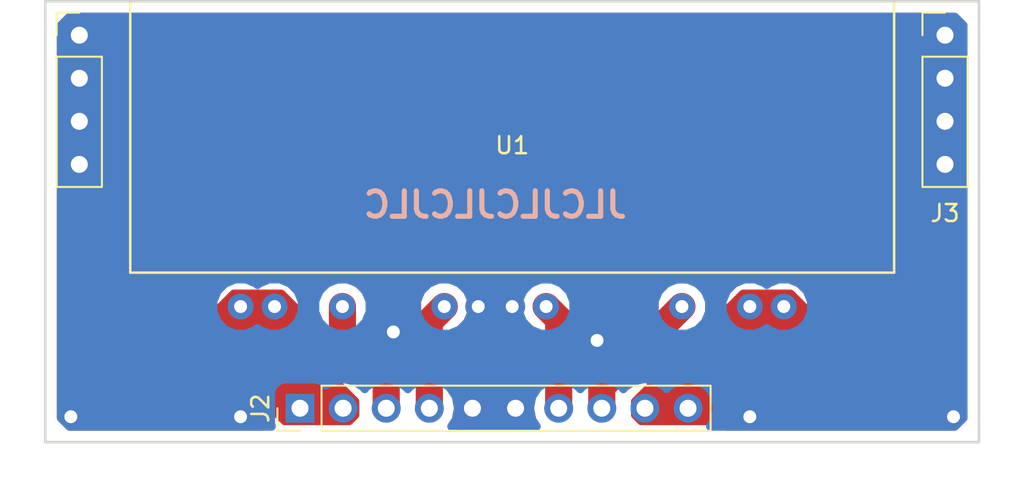
<source format=kicad_pcb>
(kicad_pcb (version 4) (host pcbnew 4.0.7)

  (general
    (links 27)
    (no_connects 0)
    (area 118.252381 94.924999 178.74762 125.747619)
    (thickness 1.6)
    (drawings 5)
    (tracks 9)
    (zones 0)
    (modules 10)
    (nets 8)
  )

  (page A4)
  (layers
    (0 F.Cu signal)
    (31 B.Cu signal)
    (32 B.Adhes user)
    (33 F.Adhes user)
    (34 B.Paste user)
    (35 F.Paste user)
    (36 B.SilkS user)
    (37 F.SilkS user)
    (38 B.Mask user)
    (39 F.Mask user)
    (40 Dwgs.User user)
    (41 Cmts.User user)
    (42 Eco1.User user)
    (43 Eco2.User user)
    (44 Edge.Cuts user)
    (45 Margin user)
    (46 B.CrtYd user)
    (47 F.CrtYd user)
    (48 B.Fab user)
    (49 F.Fab user)
  )

  (setup
    (last_trace_width 1.6)
    (trace_clearance 0.2)
    (zone_clearance 0.6)
    (zone_45_only yes)
    (trace_min 0.2)
    (segment_width 0.2)
    (edge_width 0.15)
    (via_size 0.6)
    (via_drill 0.4)
    (via_min_size 0.4)
    (via_min_drill 0.3)
    (uvia_size 0.3)
    (uvia_drill 0.1)
    (uvias_allowed no)
    (uvia_min_size 0.2)
    (uvia_min_drill 0.1)
    (pcb_text_width 0.3)
    (pcb_text_size 1.5 1.5)
    (mod_edge_width 0.15)
    (mod_text_size 1 1)
    (mod_text_width 0.15)
    (pad_size 0.762 0.762)
    (pad_drill 0.762)
    (pad_to_mask_clearance 0.2)
    (aux_axis_origin 0 0)
    (visible_elements 7FFFFFFF)
    (pcbplotparams
      (layerselection 0x00030_80000001)
      (usegerberextensions false)
      (excludeedgelayer true)
      (linewidth 0.100000)
      (plotframeref false)
      (viasonmask false)
      (mode 1)
      (useauxorigin false)
      (hpglpennumber 1)
      (hpglpenspeed 20)
      (hpglpendiameter 15)
      (hpglpenoverlay 2)
      (psnegative false)
      (psa4output false)
      (plotreference true)
      (plotvalue true)
      (plotinvisibletext false)
      (padsonsilk false)
      (subtractmaskfromsilk false)
      (outputformat 1)
      (mirror false)
      (drillshape 1)
      (scaleselection 1)
      (outputdirectory ""))
  )

  (net 0 "")
  (net 1 "Net-(J1-Pad1)")
  (net 2 "Net-(J2-Pad1)")
  (net 3 "Net-(J2-Pad3)")
  (net 4 "Net-(J2-Pad4)")
  (net 5 "Net-(J2-Pad7)")
  (net 6 "Net-(J2-Pad8)")
  (net 7 "Net-(J2-Pad10)")

  (net_class Default "これは標準のネット クラスです。"
    (clearance 0.2)
    (trace_width 1.6)
    (via_dia 0.6)
    (via_drill 0.4)
    (uvia_dia 0.3)
    (uvia_drill 0.1)
    (add_net "Net-(J1-Pad1)")
    (add_net "Net-(J2-Pad1)")
    (add_net "Net-(J2-Pad10)")
    (add_net "Net-(J2-Pad3)")
    (add_net "Net-(J2-Pad4)")
    (add_net "Net-(J2-Pad7)")
    (add_net "Net-(J2-Pad8)")
  )

  (module via:via (layer F.Cu) (tedit 60C4B27D) (tstamp 60CB3899)
    (at 132.5 121.5)
    (fp_text reference "" (at 0 0.5) (layer F.SilkS) hide
      (effects (font (size 1 1) (thickness 0.15)))
    )
    (fp_text value "" (at 0 -0.5) (layer F.Fab) hide
      (effects (font (size 1 1) (thickness 0.15)))
    )
    (pad 1 thru_hole circle (at 0 0) (size 0.762 0.762) (drill 0.762) (layers *.Cu *.Mask)
      (net 1 "Net-(J1-Pad1)"))
  )

  (module via:via (layer F.Cu) (tedit 60C4B27D) (tstamp 60CB388D)
    (at 162.5 121.5)
    (fp_text reference "" (at 0 0.5) (layer F.SilkS) hide
      (effects (font (size 1 1) (thickness 0.15)))
    )
    (fp_text value "" (at 0 -0.5) (layer F.Fab) hide
      (effects (font (size 1 1) (thickness 0.15)))
    )
    (pad 1 thru_hole circle (at 0 0) (size 0.762 0.762) (drill 0.762) (layers *.Cu *.Mask)
      (net 1 "Net-(J1-Pad1)"))
  )

  (module via:via (layer F.Cu) (tedit 60C4B27D) (tstamp 60C4B411)
    (at 153.5 117)
    (fp_text reference "" (at 0 0.5) (layer F.SilkS) hide
      (effects (font (size 1 1) (thickness 0.15)))
    )
    (fp_text value "" (at 0 -0.5) (layer F.Fab) hide
      (effects (font (size 1 1) (thickness 0.15)))
    )
    (pad 1 thru_hole circle (at 0 0) (size 0.762 0.762) (drill 0.762) (layers *.Cu *.Mask)
      (net 1 "Net-(J1-Pad1)"))
  )

  (module via:via (layer F.Cu) (tedit 60C4B27D) (tstamp 60C4B40A)
    (at 141.5 116.5)
    (fp_text reference "" (at 0 0.5) (layer F.SilkS) hide
      (effects (font (size 1 1) (thickness 0.15)))
    )
    (fp_text value "" (at 0 -0.5) (layer F.Fab) hide
      (effects (font (size 1 1) (thickness 0.15)))
    )
    (pad 1 thru_hole circle (at 0 0) (size 0.762 0.762) (drill 0.762) (layers *.Cu *.Mask)
      (net 1 "Net-(J1-Pad1)"))
  )

  (module via:via (layer F.Cu) (tedit 60C4B27D) (tstamp 60C4B298)
    (at 174.5 121.5)
    (fp_text reference "" (at 0 0.5) (layer F.SilkS) hide
      (effects (font (size 1 1) (thickness 0.15)))
    )
    (fp_text value "" (at 0 -0.5) (layer F.Fab) hide
      (effects (font (size 1 1) (thickness 0.15)))
    )
    (pad 1 thru_hole circle (at 0 0) (size 0.762 0.762) (drill 0.762) (layers *.Cu *.Mask)
      (net 1 "Net-(J1-Pad1)"))
  )

  (module Pin_Headers:Pin_Header_Straight_1x04_Pitch2.54mm (layer F.Cu) (tedit 60CB3763) (tstamp 60C4ADD3)
    (at 123 99)
    (descr "Through hole straight pin header, 1x04, 2.54mm pitch, single row")
    (tags "Through hole pin header THT 1x04 2.54mm single row")
    (path /60C4ACFB)
    (fp_text reference J1 (at 0 10) (layer Dwgs.User) hide
      (effects (font (size 1 1) (thickness 0.15)))
    )
    (fp_text value Conn_01x04 (at 0 9.95) (layer F.Fab)
      (effects (font (size 1 1) (thickness 0.15)))
    )
    (fp_line (start -0.635 -1.27) (end 1.27 -1.27) (layer F.Fab) (width 0.1))
    (fp_line (start 1.27 -1.27) (end 1.27 8.89) (layer F.Fab) (width 0.1))
    (fp_line (start 1.27 8.89) (end -1.27 8.89) (layer F.Fab) (width 0.1))
    (fp_line (start -1.27 8.89) (end -1.27 -0.635) (layer F.Fab) (width 0.1))
    (fp_line (start -1.27 -0.635) (end -0.635 -1.27) (layer F.Fab) (width 0.1))
    (fp_line (start -1.33 8.95) (end 1.33 8.95) (layer F.SilkS) (width 0.12))
    (fp_line (start -1.33 1.27) (end -1.33 8.95) (layer F.SilkS) (width 0.12))
    (fp_line (start 1.33 1.27) (end 1.33 8.95) (layer F.SilkS) (width 0.12))
    (fp_line (start -1.33 1.27) (end 1.33 1.27) (layer F.SilkS) (width 0.12))
    (fp_line (start -1.33 0) (end -1.33 -1.33) (layer F.SilkS) (width 0.12))
    (fp_line (start -1.33 -1.33) (end 0 -1.33) (layer F.SilkS) (width 0.12))
    (fp_line (start -1.8 -1.8) (end -1.8 9.4) (layer F.CrtYd) (width 0.05))
    (fp_line (start -1.8 9.4) (end 1.8 9.4) (layer F.CrtYd) (width 0.05))
    (fp_line (start 1.8 9.4) (end 1.8 -1.8) (layer F.CrtYd) (width 0.05))
    (fp_line (start 1.8 -1.8) (end -1.8 -1.8) (layer F.CrtYd) (width 0.05))
    (fp_text user %R (at 0 3.81 90) (layer F.Fab)
      (effects (font (size 1 1) (thickness 0.15)))
    )
    (pad 1 thru_hole rect (at 0 0) (size 1.7 1.7) (drill 1) (layers *.Cu *.Mask)
      (net 1 "Net-(J1-Pad1)"))
    (pad 2 thru_hole oval (at 0 2.54) (size 1.7 1.7) (drill 1) (layers *.Cu *.Mask)
      (net 1 "Net-(J1-Pad1)"))
    (pad 3 thru_hole oval (at 0 5.08) (size 1.7 1.7) (drill 1) (layers *.Cu *.Mask)
      (net 1 "Net-(J1-Pad1)"))
    (pad 4 thru_hole oval (at 0 7.62) (size 1.7 1.7) (drill 1) (layers *.Cu *.Mask)
      (net 1 "Net-(J1-Pad1)"))
    (model ${KISYS3DMOD}/Pin_Headers.3dshapes/Pin_Header_Straight_1x04_Pitch2.54mm.wrl
      (at (xyz 0 0 0))
      (scale (xyz 1 1 1))
      (rotate (xyz 0 0 0))
    )
  )

  (module Pin_Headers:Pin_Header_Straight_1x10_Pitch2.54mm (layer F.Cu) (tedit 60C4B26A) (tstamp 60C4ADE1)
    (at 136 121 90)
    (descr "Through hole straight pin header, 1x10, 2.54mm pitch, single row")
    (tags "Through hole pin header THT 1x10 2.54mm single row")
    (path /60C4AC4E)
    (fp_text reference J2 (at 0 -2.33 90) (layer F.SilkS)
      (effects (font (size 1 1) (thickness 0.15)))
    )
    (fp_text value Conn_01x10 (at 0 25.19 90) (layer F.Fab)
      (effects (font (size 1 1) (thickness 0.15)))
    )
    (fp_line (start -0.635 -1.27) (end 1.27 -1.27) (layer F.Fab) (width 0.1))
    (fp_line (start 1.27 -1.27) (end 1.27 24.13) (layer F.Fab) (width 0.1))
    (fp_line (start 1.27 24.13) (end -1.27 24.13) (layer F.Fab) (width 0.1))
    (fp_line (start -1.27 24.13) (end -1.27 -0.635) (layer F.Fab) (width 0.1))
    (fp_line (start -1.27 -0.635) (end -0.635 -1.27) (layer F.Fab) (width 0.1))
    (fp_line (start -1.33 24.19) (end 1.33 24.19) (layer F.SilkS) (width 0.12))
    (fp_line (start -1.33 1.27) (end -1.33 24.19) (layer F.SilkS) (width 0.12))
    (fp_line (start 1.33 1.27) (end 1.33 24.19) (layer F.SilkS) (width 0.12))
    (fp_line (start -1.33 1.27) (end 1.33 1.27) (layer F.SilkS) (width 0.12))
    (fp_line (start -1.33 0) (end -1.33 -1.33) (layer F.SilkS) (width 0.12))
    (fp_line (start -1.33 -1.33) (end 0 -1.33) (layer F.SilkS) (width 0.12))
    (fp_line (start -1.8 -1.8) (end -1.8 24.65) (layer F.CrtYd) (width 0.05))
    (fp_line (start -1.8 24.65) (end 1.8 24.65) (layer F.CrtYd) (width 0.05))
    (fp_line (start 1.8 24.65) (end 1.8 -1.8) (layer F.CrtYd) (width 0.05))
    (fp_line (start 1.8 -1.8) (end -1.8 -1.8) (layer F.CrtYd) (width 0.05))
    (fp_text user %R (at 0 11.43 180) (layer F.Fab)
      (effects (font (size 1 1) (thickness 0.15)))
    )
    (pad 1 thru_hole rect (at 0 0 90) (size 1.7 1.7) (drill 1) (layers *.Cu *.Mask)
      (net 2 "Net-(J2-Pad1)"))
    (pad 2 thru_hole oval (at 0 2.54 90) (size 1.7 1.7) (drill 1) (layers *.Cu *.Mask)
      (net 2 "Net-(J2-Pad1)"))
    (pad 3 thru_hole oval (at 0 5.08 90) (size 1.7 1.7) (drill 1) (layers *.Cu *.Mask)
      (net 3 "Net-(J2-Pad3)"))
    (pad 4 thru_hole oval (at 0 7.62 90) (size 1.7 1.7) (drill 1) (layers *.Cu *.Mask)
      (net 4 "Net-(J2-Pad4)"))
    (pad 5 thru_hole oval (at 0 10.16 90) (size 1.7 1.7) (drill 1) (layers *.Cu *.Mask)
      (net 1 "Net-(J1-Pad1)"))
    (pad 6 thru_hole oval (at 0 12.7 90) (size 1.7 1.7) (drill 1) (layers *.Cu *.Mask)
      (net 1 "Net-(J1-Pad1)"))
    (pad 7 thru_hole oval (at 0 15.24 90) (size 1.7 1.7) (drill 1) (layers *.Cu *.Mask)
      (net 5 "Net-(J2-Pad7)"))
    (pad 8 thru_hole oval (at 0 17.78 90) (size 1.7 1.7) (drill 1) (layers *.Cu *.Mask)
      (net 6 "Net-(J2-Pad8)"))
    (pad 9 thru_hole oval (at 0 20.32 90) (size 1.7 1.7) (drill 1) (layers *.Cu *.Mask)
      (net 7 "Net-(J2-Pad10)"))
    (pad 10 thru_hole oval (at 0 22.86 90) (size 1.7 1.7) (drill 1) (layers *.Cu *.Mask)
      (net 7 "Net-(J2-Pad10)"))
    (model ${KISYS3DMOD}/Pin_Headers.3dshapes/Pin_Header_Straight_1x10_Pitch2.54mm.wrl
      (at (xyz 0 0 0))
      (scale (xyz 1 1 1))
      (rotate (xyz 0 0 0))
    )
  )

  (module Pin_Headers:Pin_Header_Straight_1x04_Pitch2.54mm (layer F.Cu) (tedit 60CB375C) (tstamp 60C4ADE9)
    (at 174 99)
    (descr "Through hole straight pin header, 1x04, 2.54mm pitch, single row")
    (tags "Through hole pin header THT 1x04 2.54mm single row")
    (path /60C4ACA5)
    (fp_text reference J3 (at 0 10.5) (layer F.SilkS)
      (effects (font (size 1 1) (thickness 0.15)))
    )
    (fp_text value Conn_01x04 (at 0 9.95) (layer F.Fab)
      (effects (font (size 1 1) (thickness 0.15)))
    )
    (fp_line (start -0.635 -1.27) (end 1.27 -1.27) (layer F.Fab) (width 0.1))
    (fp_line (start 1.27 -1.27) (end 1.27 8.89) (layer F.Fab) (width 0.1))
    (fp_line (start 1.27 8.89) (end -1.27 8.89) (layer F.Fab) (width 0.1))
    (fp_line (start -1.27 8.89) (end -1.27 -0.635) (layer F.Fab) (width 0.1))
    (fp_line (start -1.27 -0.635) (end -0.635 -1.27) (layer F.Fab) (width 0.1))
    (fp_line (start -1.33 8.95) (end 1.33 8.95) (layer F.SilkS) (width 0.12))
    (fp_line (start -1.33 1.27) (end -1.33 8.95) (layer F.SilkS) (width 0.12))
    (fp_line (start 1.33 1.27) (end 1.33 8.95) (layer F.SilkS) (width 0.12))
    (fp_line (start -1.33 1.27) (end 1.33 1.27) (layer F.SilkS) (width 0.12))
    (fp_line (start -1.33 0) (end -1.33 -1.33) (layer F.SilkS) (width 0.12))
    (fp_line (start -1.33 -1.33) (end 0 -1.33) (layer F.SilkS) (width 0.12))
    (fp_line (start -1.8 -1.8) (end -1.8 9.4) (layer F.CrtYd) (width 0.05))
    (fp_line (start -1.8 9.4) (end 1.8 9.4) (layer F.CrtYd) (width 0.05))
    (fp_line (start 1.8 9.4) (end 1.8 -1.8) (layer F.CrtYd) (width 0.05))
    (fp_line (start 1.8 -1.8) (end -1.8 -1.8) (layer F.CrtYd) (width 0.05))
    (fp_text user %R (at 0 3.81 90) (layer F.Fab)
      (effects (font (size 1 1) (thickness 0.15)))
    )
    (pad 1 thru_hole rect (at 0 0) (size 1.7 1.7) (drill 1) (layers *.Cu *.Mask)
      (net 1 "Net-(J1-Pad1)"))
    (pad 2 thru_hole oval (at 0 2.54) (size 1.7 1.7) (drill 1) (layers *.Cu *.Mask)
      (net 1 "Net-(J1-Pad1)"))
    (pad 3 thru_hole oval (at 0 5.08) (size 1.7 1.7) (drill 1) (layers *.Cu *.Mask)
      (net 1 "Net-(J1-Pad1)"))
    (pad 4 thru_hole oval (at 0 7.62) (size 1.7 1.7) (drill 1) (layers *.Cu *.Mask)
      (net 1 "Net-(J1-Pad1)"))
    (model ${KISYS3DMOD}/Pin_Headers.3dshapes/Pin_Header_Straight_1x04_Pitch2.54mm.wrl
      (at (xyz 0 0 0))
      (scale (xyz 1 1 1))
      (rotate (xyz 0 0 0))
    )
  )

  (module NuTube:NuTube (layer F.Cu) (tedit 60A122BF) (tstamp 60C4ADF7)
    (at 148.5011 105.0036)
    (path /60C4ABD3)
    (fp_text reference U1 (at 0 0.5) (layer F.SilkS)
      (effects (font (size 1 1) (thickness 0.15)))
    )
    (fp_text value NuTube (at 0 -0.5) (layer F.Fab)
      (effects (font (size 1 1) (thickness 0.15)))
    )
    (fp_line (start -22.5 -8) (end -22.5 8) (layer F.SilkS) (width 0.15))
    (fp_line (start 22.5 -8) (end 22.5 8) (layer F.SilkS) (width 0.15))
    (fp_line (start -22.5 8) (end 22.5 8) (layer F.SilkS) (width 0.15))
    (fp_line (start -22.5 -8) (end 22.5 -8) (layer F.SilkS) (width 0.15))
    (pad 6 thru_hole circle (at 0 10) (size 1.524 1.524) (drill 0.762) (layers *.Cu *.Mask)
      (net 1 "Net-(J1-Pad1)"))
    (pad 7 thru_hole circle (at 2 10) (size 1.524 1.524) (drill 0.762) (layers *.Cu *.Mask)
      (net 5 "Net-(J2-Pad7)"))
    (pad 8 thru_hole circle (at 10 10) (size 1.524 1.524) (drill 0.762) (layers *.Cu *.Mask)
      (net 6 "Net-(J2-Pad8)"))
    (pad 9 thru_hole circle (at 14 10) (size 1.524 1.524) (drill 0.762) (layers *.Cu *.Mask)
      (net 7 "Net-(J2-Pad10)"))
    (pad 10 thru_hole circle (at 16 10) (size 1.524 1.524) (drill 0.762) (layers *.Cu *.Mask)
      (net 7 "Net-(J2-Pad10)"))
    (pad 1 thru_hole circle (at -16 10) (size 1.524 1.524) (drill 0.762) (layers *.Cu *.Mask)
      (net 2 "Net-(J2-Pad1)"))
    (pad 2 thru_hole circle (at -14 10) (size 1.524 1.524) (drill 0.762) (layers *.Cu *.Mask)
      (net 2 "Net-(J2-Pad1)"))
    (pad 3 thru_hole circle (at -10 10) (size 1.524 1.524) (drill 0.762) (layers *.Cu *.Mask)
      (net 3 "Net-(J2-Pad3)"))
    (pad 4 thru_hole circle (at -4 10) (size 1.524 1.524) (drill 0.762) (layers *.Cu *.Mask)
      (net 4 "Net-(J2-Pad4)"))
    (pad 5 thru_hole circle (at -2 10) (size 1.524 1.524) (drill 0.762) (layers *.Cu *.Mask)
      (net 1 "Net-(J1-Pad1)"))
  )

  (module via:via (layer F.Cu) (tedit 60C4B27D) (tstamp 60C4B23E)
    (at 122.5 121.5)
    (fp_text reference "" (at 0 0.5) (layer F.SilkS) hide
      (effects (font (size 1 1) (thickness 0.15)))
    )
    (fp_text value "" (at 0 -0.5) (layer F.Fab) hide
      (effects (font (size 1 1) (thickness 0.15)))
    )
    (pad 1 thru_hole circle (at 0 0) (size 0.762 0.762) (drill 0.762) (layers *.Cu *.Mask)
      (net 1 "Net-(J1-Pad1)"))
  )

  (gr_text JLCJLCJLCJLC (at 147.5 109) (layer B.SilkS)
    (effects (font (size 1.5 1.5) (thickness 0.3)) (justify mirror))
  )
  (gr_line (start 176 97) (end 176 123) (angle 90) (layer Edge.Cuts) (width 0.15))
  (gr_line (start 121 97) (end 121 123) (angle 90) (layer Edge.Cuts) (width 0.15))
  (gr_line (start 176 123) (end 121 123) (angle 90) (layer Edge.Cuts) (width 0.15))
  (gr_line (start 121 97) (end 176 97) (angle 90) (layer Edge.Cuts) (width 0.15))

  (segment (start 141.08 121) (end 141.08 119.08) (width 1.6) (layer F.Cu) (net 3))
  (segment (start 138.5011 116.5011) (end 138.5011 115.0036) (width 1.6) (layer F.Cu) (net 3) (tstamp 60C4B088))
  (segment (start 141.08 119.08) (end 138.5011 116.5011) (width 1.6) (layer F.Cu) (net 3) (tstamp 60C4B085))
  (segment (start 143.62 121) (end 143.62 115.8847) (width 1.6) (layer F.Cu) (net 4))
  (segment (start 143.62 115.8847) (end 144.5011 115.0036) (width 1.6) (layer F.Cu) (net 4) (tstamp 60C4B076))
  (segment (start 151.24 121) (end 151.24 115.7425) (width 1.6) (layer F.Cu) (net 5))
  (segment (start 151.24 115.7425) (end 150.5011 115.0036) (width 1.6) (layer F.Cu) (net 5) (tstamp 60C4B079))
  (segment (start 153.78 121) (end 153.78 119.7247) (width 1.6) (layer F.Cu) (net 6))
  (segment (start 153.78 119.7247) (end 158.5011 115.0036) (width 1.6) (layer F.Cu) (net 6) (tstamp 60C4B081))

  (zone (net 7) (net_name "Net-(J2-Pad10)") (layer F.Cu) (tstamp 60C4B0DF) (hatch edge 0.508)
    (priority 1)
    (connect_pads yes (clearance 0.6))
    (min_thickness 0.5)
    (fill yes (arc_segments 16) (thermal_gap 0.508) (thermal_bridge_width 2))
    (polygon
      (pts
        (xy 161 115) (xy 162 114) (xy 165 114) (xy 166 115) (xy 166 116)
        (xy 160 122) (xy 156 122) (xy 155.5 121.5) (xy 155.5 120.5)
      )
    )
    (filled_polygon
      (pts
        (xy 165.75 115.103554) (xy 165.75 115.896446) (xy 159.896446 121.75) (xy 156.103554 121.75) (xy 155.75 121.396446)
        (xy 155.75 120.603554) (xy 162.103554 114.25) (xy 164.896446 114.25)
      )
    )
  )
  (zone (net 2) (net_name "Net-(J2-Pad1)") (layer F.Cu) (tstamp 60C4B121) (hatch edge 0.508)
    (priority 1)
    (connect_pads yes (clearance 0.6))
    (min_thickness 0.5)
    (fill yes (arc_segments 16) (thermal_gap 0.508) (thermal_bridge_width 2))
    (polygon
      (pts
        (xy 136 117) (xy 136 115) (xy 135 114) (xy 132 114) (xy 131 115)
        (xy 131 116) (xy 131 117) (xy 131 118) (xy 135 122) (xy 139 122)
        (xy 139.5 121.5) (xy 139.5 120.5)
      )
    )
    (filled_polygon
      (pts
        (xy 135.75 115.103554) (xy 135.75 117) (xy 135.769696 117.097264) (xy 135.823223 117.176777) (xy 139.25 120.603554)
        (xy 139.25 121.396446) (xy 138.896446 121.75) (xy 135.103554 121.75) (xy 131.25 117.896446) (xy 131.25 115.103554)
        (xy 132.103554 114.25) (xy 134.896446 114.25)
      )
    )
  )
  (zone (net 1) (net_name "Net-(J1-Pad1)") (layer F.Cu) (tstamp 60C4B30A) (hatch edge 0.508)
    (connect_pads yes (clearance 0.6))
    (min_thickness 0.5)
    (fill yes (arc_segments 16) (thermal_gap 0.508) (thermal_bridge_width 2))
    (polygon
      (pts
        (xy 176 99) (xy 176 121) (xy 174 123) (xy 123 123) (xy 121 121)
        (xy 121 99) (xy 123 97) (xy 174 97)
      )
    )
    (filled_polygon
      (pts
        (xy 175.075 98.428554) (xy 175.075 121.571446) (xy 174.571446 122.075) (xy 161.127082 122.075) (xy 166.601041 116.601041)
        (xy 166.783032 116.330698) (xy 166.85 116) (xy 166.85 115) (xy 166.787526 114.680151) (xy 166.601041 114.398959)
        (xy 165.601041 113.398959) (xy 165.330698 113.216968) (xy 165 113.15) (xy 162 113.15) (xy 161.680151 113.212474)
        (xy 161.398959 113.398959) (xy 160.113379 114.684539) (xy 160.113379 114.68436) (xy 160.063669 114.564053) (xy 160.025502 114.372172)
        (xy 159.91776 114.210925) (xy 159.868484 114.091668) (xy 159.776516 113.999539) (xy 159.667826 113.836874) (xy 159.506581 113.729133)
        (xy 159.415417 113.63781) (xy 159.295196 113.58789) (xy 159.132528 113.479198) (xy 158.942324 113.441364) (xy 158.823153 113.39188)
        (xy 158.692977 113.391767) (xy 158.5011 113.3536) (xy 158.310897 113.391433) (xy 158.18186 113.391321) (xy 158.061552 113.441031)
        (xy 157.869673 113.479198) (xy 157.708427 113.586939) (xy 157.589168 113.636216) (xy 157.497039 113.728185) (xy 157.334374 113.836874)
        (xy 152.89 118.281248) (xy 152.89 115.7425) (xy 152.764401 115.111072) (xy 152.406726 114.575774) (xy 151.667826 113.836874)
        (xy 151.506582 113.729135) (xy 151.415417 113.63781) (xy 151.295192 113.587888) (xy 151.132527 113.479199) (xy 150.942328 113.441366)
        (xy 150.823153 113.39188) (xy 150.692976 113.391767) (xy 150.5011 113.3536) (xy 150.310899 113.391433) (xy 150.18186 113.391321)
        (xy 150.061549 113.441032) (xy 149.869673 113.479199) (xy 149.70843 113.586938) (xy 149.589168 113.636216) (xy 149.497038 113.728186)
        (xy 149.334374 113.836874) (xy 149.226635 113.998118) (xy 149.13531 114.089283) (xy 149.085388 114.209508) (xy 148.976699 114.372173)
        (xy 148.938866 114.562372) (xy 148.88938 114.681547) (xy 148.889267 114.811724) (xy 148.8511 115.0036) (xy 148.888933 115.193801)
        (xy 148.888821 115.32284) (xy 148.938532 115.443151) (xy 148.976699 115.635027) (xy 149.084438 115.79627) (xy 149.133716 115.915532)
        (xy 149.225686 116.007662) (xy 149.334374 116.170326) (xy 149.59 116.425952) (xy 149.59 120.715328) (xy 149.54 120.966695)
        (xy 149.54 121.033305) (xy 149.669405 121.683867) (xy 149.930751 122.075) (xy 144.929249 122.075) (xy 145.190595 121.683867)
        (xy 145.32 121.033305) (xy 145.32 120.966695) (xy 145.27 120.715328) (xy 145.27 116.568152) (xy 145.667826 116.170326)
        (xy 145.775566 116.009082) (xy 145.86689 115.917917) (xy 145.916811 115.797695) (xy 146.025502 115.635027) (xy 146.063335 115.444825)
        (xy 146.11282 115.325653) (xy 146.112933 115.195477) (xy 146.1511 115.0036) (xy 146.113267 114.813397) (xy 146.113379 114.68436)
        (xy 146.063669 114.564053) (xy 146.025502 114.372172) (xy 145.91776 114.210925) (xy 145.868484 114.091668) (xy 145.776516 113.999539)
        (xy 145.667826 113.836874) (xy 145.506581 113.729133) (xy 145.415417 113.63781) (xy 145.295196 113.58789) (xy 145.132528 113.479198)
        (xy 144.942324 113.441364) (xy 144.823153 113.39188) (xy 144.692977 113.391767) (xy 144.5011 113.3536) (xy 144.310897 113.391433)
        (xy 144.18186 113.391321) (xy 144.061552 113.441031) (xy 143.869673 113.479198) (xy 143.708427 113.586939) (xy 143.589168 113.636216)
        (xy 143.497039 113.728185) (xy 143.334374 113.836874) (xy 142.453274 114.717974) (xy 142.095599 115.253272) (xy 141.97 115.8847)
        (xy 141.97 117.636548) (xy 140.1511 115.817648) (xy 140.1511 115.0036) (xy 140.113267 114.813398) (xy 140.113379 114.68436)
        (xy 140.063668 114.56405) (xy 140.025501 114.372172) (xy 139.917761 114.210928) (xy 139.868484 114.091668) (xy 139.776515 113.999538)
        (xy 139.667826 113.836874) (xy 139.506582 113.729134) (xy 139.415417 113.63781) (xy 139.295194 113.587889) (xy 139.132528 113.479199)
        (xy 138.942328 113.441366) (xy 138.823153 113.39188) (xy 138.692976 113.391767) (xy 138.5011 113.3536) (xy 138.310898 113.391433)
        (xy 138.18186 113.391321) (xy 138.06155 113.441032) (xy 137.869672 113.479199) (xy 137.708428 113.586939) (xy 137.589168 113.636216)
        (xy 137.497038 113.728185) (xy 137.334374 113.836874) (xy 137.226634 113.998118) (xy 137.13531 114.089283) (xy 137.085389 114.209506)
        (xy 137.058332 114.25) (xy 136.5 114.25) (xy 136.45967 114.257588) (xy 135.601041 113.398959) (xy 135.330698 113.216968)
        (xy 135 113.15) (xy 132 113.15) (xy 131.680151 113.212474) (xy 131.398959 113.398959) (xy 130.398959 114.398959)
        (xy 130.216968 114.669302) (xy 130.15 115) (xy 130.15 118) (xy 130.212474 118.319849) (xy 130.398959 118.601041)
        (xy 133.872918 122.075) (xy 122.428554 122.075) (xy 121.925 121.571446) (xy 121.925 98.428554) (xy 122.428554 97.925)
        (xy 174.571446 97.925)
      )
    )
  )
  (zone (net 1) (net_name "Net-(J1-Pad1)") (layer B.Cu) (tstamp 60C4B3B0) (hatch edge 0.508)
    (connect_pads yes (clearance 0.6))
    (min_thickness 0.5)
    (fill yes (arc_segments 16) (thermal_gap 0.508) (thermal_bridge_width 2))
    (polygon
      (pts
        (xy 176 99) (xy 176 121) (xy 174 123) (xy 123 123) (xy 121 121)
        (xy 121 99) (xy 123 97) (xy 174 97)
      )
    )
    (filled_polygon
      (pts
        (xy 175.075 98.428554) (xy 175.075 121.571446) (xy 174.571446 122.075) (xy 160.169249 122.075) (xy 160.430595 121.683867)
        (xy 160.56 121.033305) (xy 160.56 120.966695) (xy 160.430595 120.316133) (xy 160.062082 119.764613) (xy 159.510562 119.3961)
        (xy 158.86 119.266695) (xy 158.209438 119.3961) (xy 157.657918 119.764613) (xy 157.59 119.86626) (xy 157.522082 119.764613)
        (xy 156.970562 119.3961) (xy 156.32 119.266695) (xy 155.669438 119.3961) (xy 155.117918 119.764613) (xy 155.05 119.86626)
        (xy 154.982082 119.764613) (xy 154.430562 119.3961) (xy 153.78 119.266695) (xy 153.129438 119.3961) (xy 152.577918 119.764613)
        (xy 152.51 119.86626) (xy 152.442082 119.764613) (xy 151.890562 119.3961) (xy 151.24 119.266695) (xy 150.589438 119.3961)
        (xy 150.037918 119.764613) (xy 149.669405 120.316133) (xy 149.54 120.966695) (xy 149.54 121.033305) (xy 149.669405 121.683867)
        (xy 149.930751 122.075) (xy 144.929249 122.075) (xy 145.190595 121.683867) (xy 145.32 121.033305) (xy 145.32 120.966695)
        (xy 145.190595 120.316133) (xy 144.822082 119.764613) (xy 144.270562 119.3961) (xy 143.62 119.266695) (xy 142.969438 119.3961)
        (xy 142.417918 119.764613) (xy 142.35 119.86626) (xy 142.282082 119.764613) (xy 141.730562 119.3961) (xy 141.08 119.266695)
        (xy 140.429438 119.3961) (xy 139.877918 119.764613) (xy 139.81 119.86626) (xy 139.742082 119.764613) (xy 139.190562 119.3961)
        (xy 138.54 119.266695) (xy 137.889438 119.3961) (xy 137.529648 119.636504) (xy 137.471223 119.545709) (xy 137.187176 119.351628)
        (xy 136.85 119.283348) (xy 135.15 119.283348) (xy 134.835009 119.342618) (xy 134.545709 119.528777) (xy 134.351628 119.812824)
        (xy 134.283348 120.15) (xy 134.283348 121.85) (xy 134.325685 122.075) (xy 122.428554 122.075) (xy 121.925 121.571446)
        (xy 121.925 115.32284) (xy 130.888821 115.32284) (xy 131.133716 115.915532) (xy 131.586783 116.36939) (xy 132.179047 116.61532)
        (xy 132.82034 116.615879) (xy 133.413032 116.370984) (xy 133.500856 116.283313) (xy 133.586783 116.36939) (xy 134.179047 116.61532)
        (xy 134.82034 116.615879) (xy 135.413032 116.370984) (xy 135.86689 115.917917) (xy 136.11282 115.325653) (xy 136.112822 115.32284)
        (xy 136.888821 115.32284) (xy 137.133716 115.915532) (xy 137.586783 116.36939) (xy 138.179047 116.61532) (xy 138.82034 116.615879)
        (xy 139.413032 116.370984) (xy 139.86689 115.917917) (xy 140.11282 115.325653) (xy 140.112822 115.32284) (xy 142.888821 115.32284)
        (xy 143.133716 115.915532) (xy 143.586783 116.36939) (xy 144.179047 116.61532) (xy 144.82034 116.615879) (xy 145.413032 116.370984)
        (xy 145.86689 115.917917) (xy 146.11282 115.325653) (xy 146.112822 115.32284) (xy 148.888821 115.32284) (xy 149.133716 115.915532)
        (xy 149.586783 116.36939) (xy 150.179047 116.61532) (xy 150.82034 116.615879) (xy 151.413032 116.370984) (xy 151.86689 115.917917)
        (xy 152.11282 115.325653) (xy 152.112822 115.32284) (xy 156.888821 115.32284) (xy 157.133716 115.915532) (xy 157.586783 116.36939)
        (xy 158.179047 116.61532) (xy 158.82034 116.615879) (xy 159.413032 116.370984) (xy 159.86689 115.917917) (xy 160.11282 115.325653)
        (xy 160.112822 115.32284) (xy 160.888821 115.32284) (xy 161.133716 115.915532) (xy 161.586783 116.36939) (xy 162.179047 116.61532)
        (xy 162.82034 116.615879) (xy 163.413032 116.370984) (xy 163.500856 116.283313) (xy 163.586783 116.36939) (xy 164.179047 116.61532)
        (xy 164.82034 116.615879) (xy 165.413032 116.370984) (xy 165.86689 115.917917) (xy 166.11282 115.325653) (xy 166.113379 114.68436)
        (xy 165.868484 114.091668) (xy 165.415417 113.63781) (xy 164.823153 113.39188) (xy 164.18186 113.391321) (xy 163.589168 113.636216)
        (xy 163.501344 113.723887) (xy 163.415417 113.63781) (xy 162.823153 113.39188) (xy 162.18186 113.391321) (xy 161.589168 113.636216)
        (xy 161.13531 114.089283) (xy 160.88938 114.681547) (xy 160.888821 115.32284) (xy 160.112822 115.32284) (xy 160.113379 114.68436)
        (xy 159.868484 114.091668) (xy 159.415417 113.63781) (xy 158.823153 113.39188) (xy 158.18186 113.391321) (xy 157.589168 113.636216)
        (xy 157.13531 114.089283) (xy 156.88938 114.681547) (xy 156.888821 115.32284) (xy 152.112822 115.32284) (xy 152.113379 114.68436)
        (xy 151.868484 114.091668) (xy 151.415417 113.63781) (xy 150.823153 113.39188) (xy 150.18186 113.391321) (xy 149.589168 113.636216)
        (xy 149.13531 114.089283) (xy 148.88938 114.681547) (xy 148.888821 115.32284) (xy 146.112822 115.32284) (xy 146.113379 114.68436)
        (xy 145.868484 114.091668) (xy 145.415417 113.63781) (xy 144.823153 113.39188) (xy 144.18186 113.391321) (xy 143.589168 113.636216)
        (xy 143.13531 114.089283) (xy 142.88938 114.681547) (xy 142.888821 115.32284) (xy 140.112822 115.32284) (xy 140.113379 114.68436)
        (xy 139.868484 114.091668) (xy 139.415417 113.63781) (xy 138.823153 113.39188) (xy 138.18186 113.391321) (xy 137.589168 113.636216)
        (xy 137.13531 114.089283) (xy 136.88938 114.681547) (xy 136.888821 115.32284) (xy 136.112822 115.32284) (xy 136.113379 114.68436)
        (xy 135.868484 114.091668) (xy 135.415417 113.63781) (xy 134.823153 113.39188) (xy 134.18186 113.391321) (xy 133.589168 113.636216)
        (xy 133.501344 113.723887) (xy 133.415417 113.63781) (xy 132.823153 113.39188) (xy 132.18186 113.391321) (xy 131.589168 113.636216)
        (xy 131.13531 114.089283) (xy 130.88938 114.681547) (xy 130.888821 115.32284) (xy 121.925 115.32284) (xy 121.925 98.428554)
        (xy 122.428554 97.925) (xy 174.571446 97.925)
      )
    )
  )
  (zone (net 0) (net_name "") (layer F.Cu) (tstamp 60C4B3EB) (hatch edge 0.508)
    (connect_pads yes (clearance 0.6))
    (min_thickness 0.5)
    (keepout (tracks allowed) (vias allowed) (copperpour not_allowed))
    (fill (arc_segments 16) (thermal_gap 0.508) (thermal_bridge_width 2))
    (polygon
      (pts
        (xy 137.5 115) (xy 136.5 115) (xy 136.5 114.5) (xy 137.5 114.5)
      )
    )
  )
)

</source>
